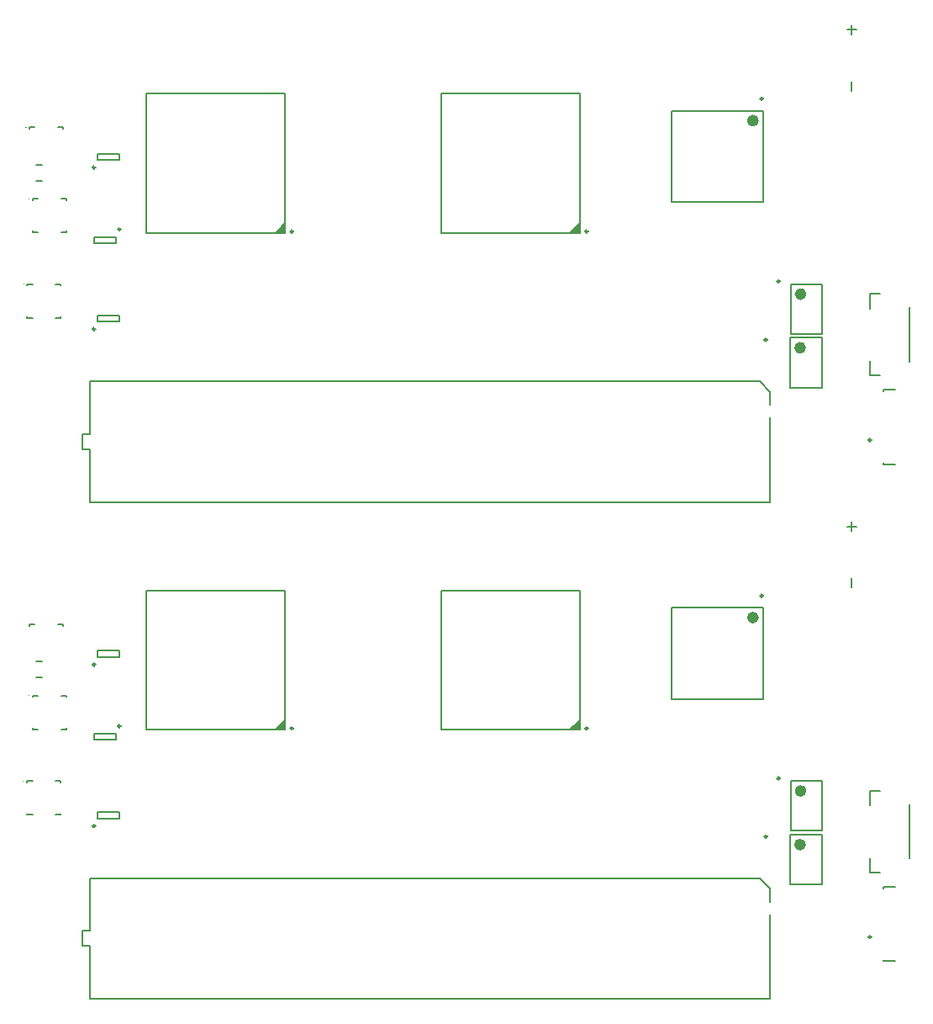
<source format=gto>
G04 Layer_Color=65535*
%FSLAX44Y44*%
%MOMM*%
G71*
G01*
G75*
%ADD40C,0.2500*%
%ADD43C,0.1500*%
%ADD44C,0.6000*%
%ADD46C,0.2000*%
%ADD87C,0.1000*%
G36*
X839780Y1037875D02*
X829780D01*
X839780Y1047875D01*
Y1037875D01*
D02*
G37*
G36*
X542780D02*
X532780D01*
X542780Y1047875D01*
Y1037875D01*
D02*
G37*
G36*
X839780Y537885D02*
X829780D01*
X839780Y547885D01*
Y537885D01*
D02*
G37*
G36*
X542780D02*
X532780D01*
X542780Y547885D01*
Y537885D01*
D02*
G37*
D40*
X1132850Y329500D02*
G03*
X1132850Y329500I-1250J0D01*
G01*
X1023780Y672885D02*
G03*
X1023780Y672885I-1250J0D01*
G01*
X351285Y441131D02*
G03*
X351285Y441131I-1250J0D01*
G01*
X376785Y541639D02*
G03*
X376785Y541639I-1250J0D01*
G01*
X351285Y603631D02*
G03*
X351285Y603631I-1250J0D01*
G01*
X550530Y539385D02*
G03*
X550530Y539385I-1250J0D01*
G01*
X847530D02*
G03*
X847530Y539385I-1250J0D01*
G01*
X1040780Y489185D02*
G03*
X1040780Y489185I-1250J0D01*
G01*
X1028030Y430385D02*
G03*
X1028030Y430385I-1250J0D01*
G01*
X1132850Y829490D02*
G03*
X1132850Y829490I-1250J0D01*
G01*
X1023780Y1172875D02*
G03*
X1023780Y1172875I-1250J0D01*
G01*
X351285Y941121D02*
G03*
X351285Y941121I-1250J0D01*
G01*
X376785Y1041629D02*
G03*
X376785Y1041629I-1250J0D01*
G01*
X351285Y1103621D02*
G03*
X351285Y1103621I-1250J0D01*
G01*
X550530Y1039375D02*
G03*
X550530Y1039375I-1250J0D01*
G01*
X847530D02*
G03*
X847530Y1039375I-1250J0D01*
G01*
X1040780Y989175D02*
G03*
X1040780Y989175I-1250J0D01*
G01*
X1028030Y930375D02*
G03*
X1028030Y930375I-1250J0D01*
G01*
D43*
X346381Y388591D02*
X1020574D01*
X1031165Y378000D01*
Y364715D02*
Y378000D01*
X346381Y297532D02*
Y320265D01*
Y335505D02*
Y358238D01*
Y267179D02*
Y297532D01*
Y358238D02*
Y388591D01*
X338253Y335505D02*
X346381D01*
X338253Y320265D02*
X346381D01*
X338253D02*
Y335505D01*
X1031165Y267179D02*
Y352015D01*
X346381Y267179D02*
X1031165D01*
X346381Y888581D02*
X1020574D01*
X1031165Y877990D01*
Y864705D02*
Y877990D01*
X346381Y797522D02*
Y820255D01*
Y835495D02*
Y858228D01*
Y767169D02*
Y797522D01*
Y858228D02*
Y888581D01*
X338253Y835495D02*
X346381D01*
X338253Y820255D02*
X346381D01*
X338253D02*
Y835495D01*
X1031165Y767169D02*
Y852005D01*
X346381Y767169D02*
X1031165D01*
D44*
X1016780Y650885D02*
G03*
X1016780Y650885I-3000J0D01*
G01*
X1064780Y476385D02*
G03*
X1064780Y476385I-3000J0D01*
G01*
X1064280Y422385D02*
G03*
X1064280Y422385I-3000J0D01*
G01*
X1016780Y1150875D02*
G03*
X1016780Y1150875I-3000J0D01*
G01*
X1064780Y976375D02*
G03*
X1064780Y976375I-3000J0D01*
G01*
X1064280Y922375D02*
G03*
X1064280Y922375I-3000J0D01*
G01*
D46*
X1145100Y305000D02*
Y306500D01*
Y305000D02*
X1156950D01*
X1145100Y378500D02*
Y380000D01*
X1156950D01*
X931780Y568885D02*
Y660885D01*
X1023780Y568885D02*
Y660885D01*
X931780Y568885D02*
X1023780D01*
X931780Y660885D02*
X1023780D01*
X353285Y448881D02*
Y454881D01*
X375285Y448881D02*
Y454881D01*
X353285Y448881D02*
X375285D01*
X353285Y454881D02*
X375285D01*
X372285Y527889D02*
Y533889D01*
X350285Y527889D02*
Y533889D01*
X372285D01*
X350285Y527889D02*
X372285D01*
X353285Y611381D02*
Y617381D01*
X375285Y611381D02*
Y617381D01*
X353285Y611381D02*
X375285D01*
X353285Y617381D02*
X375285D01*
X317030Y572385D02*
X322280D01*
X317030Y538385D02*
X322280D01*
X288280D02*
X293530D01*
X288280Y570885D02*
Y572385D01*
X293530D01*
X288280Y538385D02*
Y539885D01*
X322280Y538385D02*
Y539885D01*
Y570885D02*
Y572385D01*
X311530Y486385D02*
X316780D01*
X311530Y452385D02*
X316780D01*
X282780D02*
X288030D01*
X282780Y484885D02*
Y486385D01*
X288030D01*
X282780Y452385D02*
Y453885D01*
X316780Y452385D02*
Y453885D01*
Y484885D02*
Y486385D01*
X532780Y537885D02*
X542780Y547885D01*
Y537885D02*
Y677885D01*
X402780Y537885D02*
Y677885D01*
Y537885D02*
X542780D01*
X402780Y677885D02*
X542780D01*
X829780Y537885D02*
X839780Y547885D01*
Y537885D02*
Y677885D01*
X699780Y537885D02*
Y677885D01*
Y537885D02*
X839780D01*
X699780Y677885D02*
X839780D01*
X1051780Y436385D02*
X1083780D01*
X1051780Y486385D02*
X1083780D01*
Y436385D02*
Y486385D01*
X1051780Y436385D02*
Y486385D01*
X1051280Y382385D02*
X1083280D01*
X1051280Y432385D02*
X1083280D01*
Y382385D02*
Y432385D01*
X1051280Y382385D02*
Y432385D01*
X1171780Y408385D02*
Y462885D01*
X1131280Y394385D02*
X1142280D01*
X1131280D02*
Y408885D01*
Y461885D02*
Y476385D01*
X1142280D01*
X314030Y644135D02*
X319280D01*
X285280Y642635D02*
Y644135D01*
X290530D01*
X319280Y642635D02*
Y644135D01*
X291780Y606385D02*
X297780D01*
X291780Y590385D02*
X297780D01*
X1113278Y680885D02*
Y690215D01*
X1108780Y742387D02*
X1118110D01*
X1113445Y737722D02*
Y747052D01*
X1145100Y804990D02*
Y806490D01*
Y804990D02*
X1156950D01*
X1145100Y878490D02*
Y879990D01*
X1156950D01*
X931780Y1068875D02*
Y1160875D01*
X1023780Y1068875D02*
Y1160875D01*
X931780Y1068875D02*
X1023780D01*
X931780Y1160875D02*
X1023780D01*
X353285Y948871D02*
Y954871D01*
X375285Y948871D02*
Y954871D01*
X353285Y948871D02*
X375285D01*
X353285Y954871D02*
X375285D01*
X372285Y1027879D02*
Y1033879D01*
X350285Y1027879D02*
Y1033879D01*
X372285D01*
X350285Y1027879D02*
X372285D01*
X353285Y1111371D02*
Y1117371D01*
X375285Y1111371D02*
Y1117371D01*
X353285Y1111371D02*
X375285D01*
X353285Y1117371D02*
X375285D01*
X317030Y1072375D02*
X322280D01*
X317030Y1038375D02*
X322280D01*
X288280D02*
X293530D01*
X288280Y1070875D02*
Y1072375D01*
X293530D01*
X288280Y1038375D02*
Y1039875D01*
X322280Y1038375D02*
Y1039875D01*
Y1070875D02*
Y1072375D01*
X311530Y986375D02*
X316780D01*
X311530Y952375D02*
X316780D01*
X282780D02*
X288030D01*
X282780Y984875D02*
Y986375D01*
X288030D01*
X282780Y952375D02*
Y953875D01*
X316780Y952375D02*
Y953875D01*
Y984875D02*
Y986375D01*
X532780Y1037875D02*
X542780Y1047875D01*
Y1037875D02*
Y1177875D01*
X402780Y1037875D02*
Y1177875D01*
Y1037875D02*
X542780D01*
X402780Y1177875D02*
X542780D01*
X829780Y1037875D02*
X839780Y1047875D01*
Y1037875D02*
Y1177875D01*
X699780Y1037875D02*
Y1177875D01*
Y1037875D02*
X839780D01*
X699780Y1177875D02*
X839780D01*
X1051780Y936375D02*
X1083780D01*
X1051780Y986375D02*
X1083780D01*
Y936375D02*
Y986375D01*
X1051780Y936375D02*
Y986375D01*
X1051280Y882375D02*
X1083280D01*
X1051280Y932375D02*
X1083280D01*
Y882375D02*
Y932375D01*
X1051280Y882375D02*
Y932375D01*
X1171780Y908375D02*
Y962875D01*
X1131280Y894375D02*
X1142280D01*
X1131280D02*
Y908875D01*
Y961875D02*
Y976375D01*
X1142280D01*
X314030Y1144125D02*
X319280D01*
X285280Y1142625D02*
Y1144125D01*
X290530D01*
X319280Y1142625D02*
Y1144125D01*
X291780Y1106375D02*
X297780D01*
X291780Y1090375D02*
X297780D01*
X1113278Y1180875D02*
Y1190205D01*
X1108780Y1242377D02*
X1118110D01*
X1113445Y1237712D02*
Y1247042D01*
D87*
X284780Y572385D02*
G03*
X284780Y572385I-500J0D01*
G01*
X279280Y486385D02*
G03*
X279280Y486385I-500J0D01*
G01*
X281780Y644135D02*
G03*
X281780Y644135I-500J0D01*
G01*
X284780Y1072375D02*
G03*
X284780Y1072375I-500J0D01*
G01*
X279280Y986375D02*
G03*
X279280Y986375I-500J0D01*
G01*
X281780Y1144125D02*
G03*
X281780Y1144125I-500J0D01*
G01*
M02*

</source>
